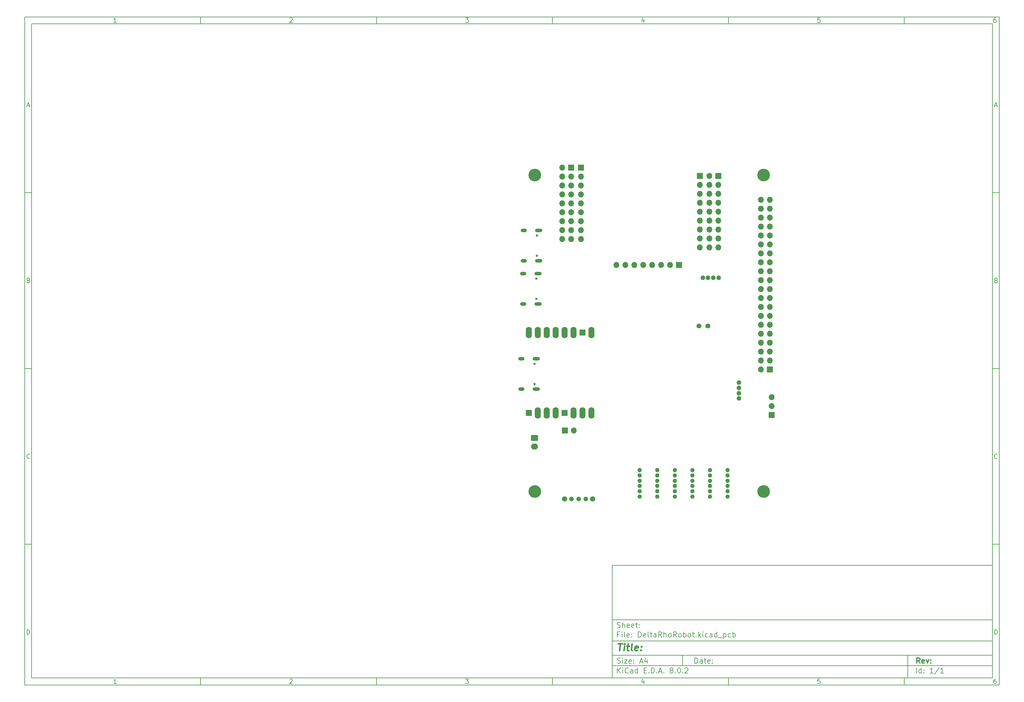
<source format=gbr>
%TF.GenerationSoftware,KiCad,Pcbnew,8.0.2-8.0.2-0~ubuntu22.04.1*%
%TF.CreationDate,2024-05-21T13:10:05-04:00*%
%TF.ProjectId,DeltaRhoRobot,44656c74-6152-4686-9f52-6f626f742e6b,rev?*%
%TF.SameCoordinates,Original*%
%TF.FileFunction,Soldermask,Bot*%
%TF.FilePolarity,Negative*%
%FSLAX46Y46*%
G04 Gerber Fmt 4.6, Leading zero omitted, Abs format (unit mm)*
G04 Created by KiCad (PCBNEW 8.0.2-8.0.2-0~ubuntu22.04.1) date 2024-05-21 13:10:05*
%MOMM*%
%LPD*%
G01*
G04 APERTURE LIST*
G04 Aperture macros list*
%AMRoundRect*
0 Rectangle with rounded corners*
0 $1 Rounding radius*
0 $2 $3 $4 $5 $6 $7 $8 $9 X,Y pos of 4 corners*
0 Add a 4 corners polygon primitive as box body*
4,1,4,$2,$3,$4,$5,$6,$7,$8,$9,$2,$3,0*
0 Add four circle primitives for the rounded corners*
1,1,$1+$1,$2,$3*
1,1,$1+$1,$4,$5*
1,1,$1+$1,$6,$7*
1,1,$1+$1,$8,$9*
0 Add four rect primitives between the rounded corners*
20,1,$1+$1,$2,$3,$4,$5,0*
20,1,$1+$1,$4,$5,$6,$7,0*
20,1,$1+$1,$6,$7,$8,$9,0*
20,1,$1+$1,$8,$9,$2,$3,0*%
G04 Aperture macros list end*
%ADD10C,0.100000*%
%ADD11C,0.150000*%
%ADD12C,0.300000*%
%ADD13C,0.400000*%
%ADD14R,1.700000X1.700000*%
%ADD15O,1.700000X1.700000*%
%ADD16C,1.400000*%
%ADD17C,1.320800*%
%ADD18C,1.244600*%
%ADD19C,3.600000*%
%ADD20RoundRect,0.250000X-0.750000X0.600000X-0.750000X-0.600000X0.750000X-0.600000X0.750000X0.600000X0*%
%ADD21O,2.000000X1.700000*%
%ADD22C,0.650000*%
%ADD23O,2.100000X1.000000*%
%ADD24O,1.800000X1.000000*%
%ADD25C,1.498600*%
%ADD26RoundRect,0.102000X0.762000X-0.762000X0.762000X0.762000X-0.762000X0.762000X-0.762000X-0.762000X0*%
%ADD27O,1.728000X3.252000*%
G04 APERTURE END LIST*
D10*
D11*
X177002200Y-166007200D02*
X285002200Y-166007200D01*
X285002200Y-198007200D01*
X177002200Y-198007200D01*
X177002200Y-166007200D01*
D10*
D11*
X10000000Y-10000000D02*
X287002200Y-10000000D01*
X287002200Y-200007200D01*
X10000000Y-200007200D01*
X10000000Y-10000000D01*
D10*
D11*
X12000000Y-12000000D02*
X285002200Y-12000000D01*
X285002200Y-198007200D01*
X12000000Y-198007200D01*
X12000000Y-12000000D01*
D10*
D11*
X60000000Y-12000000D02*
X60000000Y-10000000D01*
D10*
D11*
X110000000Y-12000000D02*
X110000000Y-10000000D01*
D10*
D11*
X160000000Y-12000000D02*
X160000000Y-10000000D01*
D10*
D11*
X210000000Y-12000000D02*
X210000000Y-10000000D01*
D10*
D11*
X260000000Y-12000000D02*
X260000000Y-10000000D01*
D10*
D11*
X36089160Y-11593604D02*
X35346303Y-11593604D01*
X35717731Y-11593604D02*
X35717731Y-10293604D01*
X35717731Y-10293604D02*
X35593922Y-10479319D01*
X35593922Y-10479319D02*
X35470112Y-10603128D01*
X35470112Y-10603128D02*
X35346303Y-10665033D01*
D10*
D11*
X85346303Y-10417414D02*
X85408207Y-10355509D01*
X85408207Y-10355509D02*
X85532017Y-10293604D01*
X85532017Y-10293604D02*
X85841541Y-10293604D01*
X85841541Y-10293604D02*
X85965350Y-10355509D01*
X85965350Y-10355509D02*
X86027255Y-10417414D01*
X86027255Y-10417414D02*
X86089160Y-10541223D01*
X86089160Y-10541223D02*
X86089160Y-10665033D01*
X86089160Y-10665033D02*
X86027255Y-10850747D01*
X86027255Y-10850747D02*
X85284398Y-11593604D01*
X85284398Y-11593604D02*
X86089160Y-11593604D01*
D10*
D11*
X135284398Y-10293604D02*
X136089160Y-10293604D01*
X136089160Y-10293604D02*
X135655826Y-10788842D01*
X135655826Y-10788842D02*
X135841541Y-10788842D01*
X135841541Y-10788842D02*
X135965350Y-10850747D01*
X135965350Y-10850747D02*
X136027255Y-10912652D01*
X136027255Y-10912652D02*
X136089160Y-11036461D01*
X136089160Y-11036461D02*
X136089160Y-11345985D01*
X136089160Y-11345985D02*
X136027255Y-11469795D01*
X136027255Y-11469795D02*
X135965350Y-11531700D01*
X135965350Y-11531700D02*
X135841541Y-11593604D01*
X135841541Y-11593604D02*
X135470112Y-11593604D01*
X135470112Y-11593604D02*
X135346303Y-11531700D01*
X135346303Y-11531700D02*
X135284398Y-11469795D01*
D10*
D11*
X185965350Y-10726938D02*
X185965350Y-11593604D01*
X185655826Y-10231700D02*
X185346303Y-11160271D01*
X185346303Y-11160271D02*
X186151064Y-11160271D01*
D10*
D11*
X236027255Y-10293604D02*
X235408207Y-10293604D01*
X235408207Y-10293604D02*
X235346303Y-10912652D01*
X235346303Y-10912652D02*
X235408207Y-10850747D01*
X235408207Y-10850747D02*
X235532017Y-10788842D01*
X235532017Y-10788842D02*
X235841541Y-10788842D01*
X235841541Y-10788842D02*
X235965350Y-10850747D01*
X235965350Y-10850747D02*
X236027255Y-10912652D01*
X236027255Y-10912652D02*
X236089160Y-11036461D01*
X236089160Y-11036461D02*
X236089160Y-11345985D01*
X236089160Y-11345985D02*
X236027255Y-11469795D01*
X236027255Y-11469795D02*
X235965350Y-11531700D01*
X235965350Y-11531700D02*
X235841541Y-11593604D01*
X235841541Y-11593604D02*
X235532017Y-11593604D01*
X235532017Y-11593604D02*
X235408207Y-11531700D01*
X235408207Y-11531700D02*
X235346303Y-11469795D01*
D10*
D11*
X285965350Y-10293604D02*
X285717731Y-10293604D01*
X285717731Y-10293604D02*
X285593922Y-10355509D01*
X285593922Y-10355509D02*
X285532017Y-10417414D01*
X285532017Y-10417414D02*
X285408207Y-10603128D01*
X285408207Y-10603128D02*
X285346303Y-10850747D01*
X285346303Y-10850747D02*
X285346303Y-11345985D01*
X285346303Y-11345985D02*
X285408207Y-11469795D01*
X285408207Y-11469795D02*
X285470112Y-11531700D01*
X285470112Y-11531700D02*
X285593922Y-11593604D01*
X285593922Y-11593604D02*
X285841541Y-11593604D01*
X285841541Y-11593604D02*
X285965350Y-11531700D01*
X285965350Y-11531700D02*
X286027255Y-11469795D01*
X286027255Y-11469795D02*
X286089160Y-11345985D01*
X286089160Y-11345985D02*
X286089160Y-11036461D01*
X286089160Y-11036461D02*
X286027255Y-10912652D01*
X286027255Y-10912652D02*
X285965350Y-10850747D01*
X285965350Y-10850747D02*
X285841541Y-10788842D01*
X285841541Y-10788842D02*
X285593922Y-10788842D01*
X285593922Y-10788842D02*
X285470112Y-10850747D01*
X285470112Y-10850747D02*
X285408207Y-10912652D01*
X285408207Y-10912652D02*
X285346303Y-11036461D01*
D10*
D11*
X60000000Y-198007200D02*
X60000000Y-200007200D01*
D10*
D11*
X110000000Y-198007200D02*
X110000000Y-200007200D01*
D10*
D11*
X160000000Y-198007200D02*
X160000000Y-200007200D01*
D10*
D11*
X210000000Y-198007200D02*
X210000000Y-200007200D01*
D10*
D11*
X260000000Y-198007200D02*
X260000000Y-200007200D01*
D10*
D11*
X36089160Y-199600804D02*
X35346303Y-199600804D01*
X35717731Y-199600804D02*
X35717731Y-198300804D01*
X35717731Y-198300804D02*
X35593922Y-198486519D01*
X35593922Y-198486519D02*
X35470112Y-198610328D01*
X35470112Y-198610328D02*
X35346303Y-198672233D01*
D10*
D11*
X85346303Y-198424614D02*
X85408207Y-198362709D01*
X85408207Y-198362709D02*
X85532017Y-198300804D01*
X85532017Y-198300804D02*
X85841541Y-198300804D01*
X85841541Y-198300804D02*
X85965350Y-198362709D01*
X85965350Y-198362709D02*
X86027255Y-198424614D01*
X86027255Y-198424614D02*
X86089160Y-198548423D01*
X86089160Y-198548423D02*
X86089160Y-198672233D01*
X86089160Y-198672233D02*
X86027255Y-198857947D01*
X86027255Y-198857947D02*
X85284398Y-199600804D01*
X85284398Y-199600804D02*
X86089160Y-199600804D01*
D10*
D11*
X135284398Y-198300804D02*
X136089160Y-198300804D01*
X136089160Y-198300804D02*
X135655826Y-198796042D01*
X135655826Y-198796042D02*
X135841541Y-198796042D01*
X135841541Y-198796042D02*
X135965350Y-198857947D01*
X135965350Y-198857947D02*
X136027255Y-198919852D01*
X136027255Y-198919852D02*
X136089160Y-199043661D01*
X136089160Y-199043661D02*
X136089160Y-199353185D01*
X136089160Y-199353185D02*
X136027255Y-199476995D01*
X136027255Y-199476995D02*
X135965350Y-199538900D01*
X135965350Y-199538900D02*
X135841541Y-199600804D01*
X135841541Y-199600804D02*
X135470112Y-199600804D01*
X135470112Y-199600804D02*
X135346303Y-199538900D01*
X135346303Y-199538900D02*
X135284398Y-199476995D01*
D10*
D11*
X185965350Y-198734138D02*
X185965350Y-199600804D01*
X185655826Y-198238900D02*
X185346303Y-199167471D01*
X185346303Y-199167471D02*
X186151064Y-199167471D01*
D10*
D11*
X236027255Y-198300804D02*
X235408207Y-198300804D01*
X235408207Y-198300804D02*
X235346303Y-198919852D01*
X235346303Y-198919852D02*
X235408207Y-198857947D01*
X235408207Y-198857947D02*
X235532017Y-198796042D01*
X235532017Y-198796042D02*
X235841541Y-198796042D01*
X235841541Y-198796042D02*
X235965350Y-198857947D01*
X235965350Y-198857947D02*
X236027255Y-198919852D01*
X236027255Y-198919852D02*
X236089160Y-199043661D01*
X236089160Y-199043661D02*
X236089160Y-199353185D01*
X236089160Y-199353185D02*
X236027255Y-199476995D01*
X236027255Y-199476995D02*
X235965350Y-199538900D01*
X235965350Y-199538900D02*
X235841541Y-199600804D01*
X235841541Y-199600804D02*
X235532017Y-199600804D01*
X235532017Y-199600804D02*
X235408207Y-199538900D01*
X235408207Y-199538900D02*
X235346303Y-199476995D01*
D10*
D11*
X285965350Y-198300804D02*
X285717731Y-198300804D01*
X285717731Y-198300804D02*
X285593922Y-198362709D01*
X285593922Y-198362709D02*
X285532017Y-198424614D01*
X285532017Y-198424614D02*
X285408207Y-198610328D01*
X285408207Y-198610328D02*
X285346303Y-198857947D01*
X285346303Y-198857947D02*
X285346303Y-199353185D01*
X285346303Y-199353185D02*
X285408207Y-199476995D01*
X285408207Y-199476995D02*
X285470112Y-199538900D01*
X285470112Y-199538900D02*
X285593922Y-199600804D01*
X285593922Y-199600804D02*
X285841541Y-199600804D01*
X285841541Y-199600804D02*
X285965350Y-199538900D01*
X285965350Y-199538900D02*
X286027255Y-199476995D01*
X286027255Y-199476995D02*
X286089160Y-199353185D01*
X286089160Y-199353185D02*
X286089160Y-199043661D01*
X286089160Y-199043661D02*
X286027255Y-198919852D01*
X286027255Y-198919852D02*
X285965350Y-198857947D01*
X285965350Y-198857947D02*
X285841541Y-198796042D01*
X285841541Y-198796042D02*
X285593922Y-198796042D01*
X285593922Y-198796042D02*
X285470112Y-198857947D01*
X285470112Y-198857947D02*
X285408207Y-198919852D01*
X285408207Y-198919852D02*
X285346303Y-199043661D01*
D10*
D11*
X10000000Y-60000000D02*
X12000000Y-60000000D01*
D10*
D11*
X10000000Y-110000000D02*
X12000000Y-110000000D01*
D10*
D11*
X10000000Y-160000000D02*
X12000000Y-160000000D01*
D10*
D11*
X10690476Y-35222176D02*
X11309523Y-35222176D01*
X10566666Y-35593604D02*
X10999999Y-34293604D01*
X10999999Y-34293604D02*
X11433333Y-35593604D01*
D10*
D11*
X11092857Y-84912652D02*
X11278571Y-84974557D01*
X11278571Y-84974557D02*
X11340476Y-85036461D01*
X11340476Y-85036461D02*
X11402380Y-85160271D01*
X11402380Y-85160271D02*
X11402380Y-85345985D01*
X11402380Y-85345985D02*
X11340476Y-85469795D01*
X11340476Y-85469795D02*
X11278571Y-85531700D01*
X11278571Y-85531700D02*
X11154761Y-85593604D01*
X11154761Y-85593604D02*
X10659523Y-85593604D01*
X10659523Y-85593604D02*
X10659523Y-84293604D01*
X10659523Y-84293604D02*
X11092857Y-84293604D01*
X11092857Y-84293604D02*
X11216666Y-84355509D01*
X11216666Y-84355509D02*
X11278571Y-84417414D01*
X11278571Y-84417414D02*
X11340476Y-84541223D01*
X11340476Y-84541223D02*
X11340476Y-84665033D01*
X11340476Y-84665033D02*
X11278571Y-84788842D01*
X11278571Y-84788842D02*
X11216666Y-84850747D01*
X11216666Y-84850747D02*
X11092857Y-84912652D01*
X11092857Y-84912652D02*
X10659523Y-84912652D01*
D10*
D11*
X11402380Y-135469795D02*
X11340476Y-135531700D01*
X11340476Y-135531700D02*
X11154761Y-135593604D01*
X11154761Y-135593604D02*
X11030952Y-135593604D01*
X11030952Y-135593604D02*
X10845238Y-135531700D01*
X10845238Y-135531700D02*
X10721428Y-135407890D01*
X10721428Y-135407890D02*
X10659523Y-135284080D01*
X10659523Y-135284080D02*
X10597619Y-135036461D01*
X10597619Y-135036461D02*
X10597619Y-134850747D01*
X10597619Y-134850747D02*
X10659523Y-134603128D01*
X10659523Y-134603128D02*
X10721428Y-134479319D01*
X10721428Y-134479319D02*
X10845238Y-134355509D01*
X10845238Y-134355509D02*
X11030952Y-134293604D01*
X11030952Y-134293604D02*
X11154761Y-134293604D01*
X11154761Y-134293604D02*
X11340476Y-134355509D01*
X11340476Y-134355509D02*
X11402380Y-134417414D01*
D10*
D11*
X10659523Y-185593604D02*
X10659523Y-184293604D01*
X10659523Y-184293604D02*
X10969047Y-184293604D01*
X10969047Y-184293604D02*
X11154761Y-184355509D01*
X11154761Y-184355509D02*
X11278571Y-184479319D01*
X11278571Y-184479319D02*
X11340476Y-184603128D01*
X11340476Y-184603128D02*
X11402380Y-184850747D01*
X11402380Y-184850747D02*
X11402380Y-185036461D01*
X11402380Y-185036461D02*
X11340476Y-185284080D01*
X11340476Y-185284080D02*
X11278571Y-185407890D01*
X11278571Y-185407890D02*
X11154761Y-185531700D01*
X11154761Y-185531700D02*
X10969047Y-185593604D01*
X10969047Y-185593604D02*
X10659523Y-185593604D01*
D10*
D11*
X287002200Y-60000000D02*
X285002200Y-60000000D01*
D10*
D11*
X287002200Y-110000000D02*
X285002200Y-110000000D01*
D10*
D11*
X287002200Y-160000000D02*
X285002200Y-160000000D01*
D10*
D11*
X285692676Y-35222176D02*
X286311723Y-35222176D01*
X285568866Y-35593604D02*
X286002199Y-34293604D01*
X286002199Y-34293604D02*
X286435533Y-35593604D01*
D10*
D11*
X286095057Y-84912652D02*
X286280771Y-84974557D01*
X286280771Y-84974557D02*
X286342676Y-85036461D01*
X286342676Y-85036461D02*
X286404580Y-85160271D01*
X286404580Y-85160271D02*
X286404580Y-85345985D01*
X286404580Y-85345985D02*
X286342676Y-85469795D01*
X286342676Y-85469795D02*
X286280771Y-85531700D01*
X286280771Y-85531700D02*
X286156961Y-85593604D01*
X286156961Y-85593604D02*
X285661723Y-85593604D01*
X285661723Y-85593604D02*
X285661723Y-84293604D01*
X285661723Y-84293604D02*
X286095057Y-84293604D01*
X286095057Y-84293604D02*
X286218866Y-84355509D01*
X286218866Y-84355509D02*
X286280771Y-84417414D01*
X286280771Y-84417414D02*
X286342676Y-84541223D01*
X286342676Y-84541223D02*
X286342676Y-84665033D01*
X286342676Y-84665033D02*
X286280771Y-84788842D01*
X286280771Y-84788842D02*
X286218866Y-84850747D01*
X286218866Y-84850747D02*
X286095057Y-84912652D01*
X286095057Y-84912652D02*
X285661723Y-84912652D01*
D10*
D11*
X286404580Y-135469795D02*
X286342676Y-135531700D01*
X286342676Y-135531700D02*
X286156961Y-135593604D01*
X286156961Y-135593604D02*
X286033152Y-135593604D01*
X286033152Y-135593604D02*
X285847438Y-135531700D01*
X285847438Y-135531700D02*
X285723628Y-135407890D01*
X285723628Y-135407890D02*
X285661723Y-135284080D01*
X285661723Y-135284080D02*
X285599819Y-135036461D01*
X285599819Y-135036461D02*
X285599819Y-134850747D01*
X285599819Y-134850747D02*
X285661723Y-134603128D01*
X285661723Y-134603128D02*
X285723628Y-134479319D01*
X285723628Y-134479319D02*
X285847438Y-134355509D01*
X285847438Y-134355509D02*
X286033152Y-134293604D01*
X286033152Y-134293604D02*
X286156961Y-134293604D01*
X286156961Y-134293604D02*
X286342676Y-134355509D01*
X286342676Y-134355509D02*
X286404580Y-134417414D01*
D10*
D11*
X285661723Y-185593604D02*
X285661723Y-184293604D01*
X285661723Y-184293604D02*
X285971247Y-184293604D01*
X285971247Y-184293604D02*
X286156961Y-184355509D01*
X286156961Y-184355509D02*
X286280771Y-184479319D01*
X286280771Y-184479319D02*
X286342676Y-184603128D01*
X286342676Y-184603128D02*
X286404580Y-184850747D01*
X286404580Y-184850747D02*
X286404580Y-185036461D01*
X286404580Y-185036461D02*
X286342676Y-185284080D01*
X286342676Y-185284080D02*
X286280771Y-185407890D01*
X286280771Y-185407890D02*
X286156961Y-185531700D01*
X286156961Y-185531700D02*
X285971247Y-185593604D01*
X285971247Y-185593604D02*
X285661723Y-185593604D01*
D10*
D11*
X200458026Y-193793328D02*
X200458026Y-192293328D01*
X200458026Y-192293328D02*
X200815169Y-192293328D01*
X200815169Y-192293328D02*
X201029455Y-192364757D01*
X201029455Y-192364757D02*
X201172312Y-192507614D01*
X201172312Y-192507614D02*
X201243741Y-192650471D01*
X201243741Y-192650471D02*
X201315169Y-192936185D01*
X201315169Y-192936185D02*
X201315169Y-193150471D01*
X201315169Y-193150471D02*
X201243741Y-193436185D01*
X201243741Y-193436185D02*
X201172312Y-193579042D01*
X201172312Y-193579042D02*
X201029455Y-193721900D01*
X201029455Y-193721900D02*
X200815169Y-193793328D01*
X200815169Y-193793328D02*
X200458026Y-193793328D01*
X202600884Y-193793328D02*
X202600884Y-193007614D01*
X202600884Y-193007614D02*
X202529455Y-192864757D01*
X202529455Y-192864757D02*
X202386598Y-192793328D01*
X202386598Y-192793328D02*
X202100884Y-192793328D01*
X202100884Y-192793328D02*
X201958026Y-192864757D01*
X202600884Y-193721900D02*
X202458026Y-193793328D01*
X202458026Y-193793328D02*
X202100884Y-193793328D01*
X202100884Y-193793328D02*
X201958026Y-193721900D01*
X201958026Y-193721900D02*
X201886598Y-193579042D01*
X201886598Y-193579042D02*
X201886598Y-193436185D01*
X201886598Y-193436185D02*
X201958026Y-193293328D01*
X201958026Y-193293328D02*
X202100884Y-193221900D01*
X202100884Y-193221900D02*
X202458026Y-193221900D01*
X202458026Y-193221900D02*
X202600884Y-193150471D01*
X203100884Y-192793328D02*
X203672312Y-192793328D01*
X203315169Y-192293328D02*
X203315169Y-193579042D01*
X203315169Y-193579042D02*
X203386598Y-193721900D01*
X203386598Y-193721900D02*
X203529455Y-193793328D01*
X203529455Y-193793328D02*
X203672312Y-193793328D01*
X204743741Y-193721900D02*
X204600884Y-193793328D01*
X204600884Y-193793328D02*
X204315170Y-193793328D01*
X204315170Y-193793328D02*
X204172312Y-193721900D01*
X204172312Y-193721900D02*
X204100884Y-193579042D01*
X204100884Y-193579042D02*
X204100884Y-193007614D01*
X204100884Y-193007614D02*
X204172312Y-192864757D01*
X204172312Y-192864757D02*
X204315170Y-192793328D01*
X204315170Y-192793328D02*
X204600884Y-192793328D01*
X204600884Y-192793328D02*
X204743741Y-192864757D01*
X204743741Y-192864757D02*
X204815170Y-193007614D01*
X204815170Y-193007614D02*
X204815170Y-193150471D01*
X204815170Y-193150471D02*
X204100884Y-193293328D01*
X205458026Y-193650471D02*
X205529455Y-193721900D01*
X205529455Y-193721900D02*
X205458026Y-193793328D01*
X205458026Y-193793328D02*
X205386598Y-193721900D01*
X205386598Y-193721900D02*
X205458026Y-193650471D01*
X205458026Y-193650471D02*
X205458026Y-193793328D01*
X205458026Y-192864757D02*
X205529455Y-192936185D01*
X205529455Y-192936185D02*
X205458026Y-193007614D01*
X205458026Y-193007614D02*
X205386598Y-192936185D01*
X205386598Y-192936185D02*
X205458026Y-192864757D01*
X205458026Y-192864757D02*
X205458026Y-193007614D01*
D10*
D11*
X177002200Y-194507200D02*
X285002200Y-194507200D01*
D10*
D11*
X178458026Y-196593328D02*
X178458026Y-195093328D01*
X179315169Y-196593328D02*
X178672312Y-195736185D01*
X179315169Y-195093328D02*
X178458026Y-195950471D01*
X179958026Y-196593328D02*
X179958026Y-195593328D01*
X179958026Y-195093328D02*
X179886598Y-195164757D01*
X179886598Y-195164757D02*
X179958026Y-195236185D01*
X179958026Y-195236185D02*
X180029455Y-195164757D01*
X180029455Y-195164757D02*
X179958026Y-195093328D01*
X179958026Y-195093328D02*
X179958026Y-195236185D01*
X181529455Y-196450471D02*
X181458027Y-196521900D01*
X181458027Y-196521900D02*
X181243741Y-196593328D01*
X181243741Y-196593328D02*
X181100884Y-196593328D01*
X181100884Y-196593328D02*
X180886598Y-196521900D01*
X180886598Y-196521900D02*
X180743741Y-196379042D01*
X180743741Y-196379042D02*
X180672312Y-196236185D01*
X180672312Y-196236185D02*
X180600884Y-195950471D01*
X180600884Y-195950471D02*
X180600884Y-195736185D01*
X180600884Y-195736185D02*
X180672312Y-195450471D01*
X180672312Y-195450471D02*
X180743741Y-195307614D01*
X180743741Y-195307614D02*
X180886598Y-195164757D01*
X180886598Y-195164757D02*
X181100884Y-195093328D01*
X181100884Y-195093328D02*
X181243741Y-195093328D01*
X181243741Y-195093328D02*
X181458027Y-195164757D01*
X181458027Y-195164757D02*
X181529455Y-195236185D01*
X182815170Y-196593328D02*
X182815170Y-195807614D01*
X182815170Y-195807614D02*
X182743741Y-195664757D01*
X182743741Y-195664757D02*
X182600884Y-195593328D01*
X182600884Y-195593328D02*
X182315170Y-195593328D01*
X182315170Y-195593328D02*
X182172312Y-195664757D01*
X182815170Y-196521900D02*
X182672312Y-196593328D01*
X182672312Y-196593328D02*
X182315170Y-196593328D01*
X182315170Y-196593328D02*
X182172312Y-196521900D01*
X182172312Y-196521900D02*
X182100884Y-196379042D01*
X182100884Y-196379042D02*
X182100884Y-196236185D01*
X182100884Y-196236185D02*
X182172312Y-196093328D01*
X182172312Y-196093328D02*
X182315170Y-196021900D01*
X182315170Y-196021900D02*
X182672312Y-196021900D01*
X182672312Y-196021900D02*
X182815170Y-195950471D01*
X184172313Y-196593328D02*
X184172313Y-195093328D01*
X184172313Y-196521900D02*
X184029455Y-196593328D01*
X184029455Y-196593328D02*
X183743741Y-196593328D01*
X183743741Y-196593328D02*
X183600884Y-196521900D01*
X183600884Y-196521900D02*
X183529455Y-196450471D01*
X183529455Y-196450471D02*
X183458027Y-196307614D01*
X183458027Y-196307614D02*
X183458027Y-195879042D01*
X183458027Y-195879042D02*
X183529455Y-195736185D01*
X183529455Y-195736185D02*
X183600884Y-195664757D01*
X183600884Y-195664757D02*
X183743741Y-195593328D01*
X183743741Y-195593328D02*
X184029455Y-195593328D01*
X184029455Y-195593328D02*
X184172313Y-195664757D01*
X186029455Y-195807614D02*
X186529455Y-195807614D01*
X186743741Y-196593328D02*
X186029455Y-196593328D01*
X186029455Y-196593328D02*
X186029455Y-195093328D01*
X186029455Y-195093328D02*
X186743741Y-195093328D01*
X187386598Y-196450471D02*
X187458027Y-196521900D01*
X187458027Y-196521900D02*
X187386598Y-196593328D01*
X187386598Y-196593328D02*
X187315170Y-196521900D01*
X187315170Y-196521900D02*
X187386598Y-196450471D01*
X187386598Y-196450471D02*
X187386598Y-196593328D01*
X188100884Y-196593328D02*
X188100884Y-195093328D01*
X188100884Y-195093328D02*
X188458027Y-195093328D01*
X188458027Y-195093328D02*
X188672313Y-195164757D01*
X188672313Y-195164757D02*
X188815170Y-195307614D01*
X188815170Y-195307614D02*
X188886599Y-195450471D01*
X188886599Y-195450471D02*
X188958027Y-195736185D01*
X188958027Y-195736185D02*
X188958027Y-195950471D01*
X188958027Y-195950471D02*
X188886599Y-196236185D01*
X188886599Y-196236185D02*
X188815170Y-196379042D01*
X188815170Y-196379042D02*
X188672313Y-196521900D01*
X188672313Y-196521900D02*
X188458027Y-196593328D01*
X188458027Y-196593328D02*
X188100884Y-196593328D01*
X189600884Y-196450471D02*
X189672313Y-196521900D01*
X189672313Y-196521900D02*
X189600884Y-196593328D01*
X189600884Y-196593328D02*
X189529456Y-196521900D01*
X189529456Y-196521900D02*
X189600884Y-196450471D01*
X189600884Y-196450471D02*
X189600884Y-196593328D01*
X190243742Y-196164757D02*
X190958028Y-196164757D01*
X190100885Y-196593328D02*
X190600885Y-195093328D01*
X190600885Y-195093328D02*
X191100885Y-196593328D01*
X191600884Y-196450471D02*
X191672313Y-196521900D01*
X191672313Y-196521900D02*
X191600884Y-196593328D01*
X191600884Y-196593328D02*
X191529456Y-196521900D01*
X191529456Y-196521900D02*
X191600884Y-196450471D01*
X191600884Y-196450471D02*
X191600884Y-196593328D01*
X193672313Y-195736185D02*
X193529456Y-195664757D01*
X193529456Y-195664757D02*
X193458027Y-195593328D01*
X193458027Y-195593328D02*
X193386599Y-195450471D01*
X193386599Y-195450471D02*
X193386599Y-195379042D01*
X193386599Y-195379042D02*
X193458027Y-195236185D01*
X193458027Y-195236185D02*
X193529456Y-195164757D01*
X193529456Y-195164757D02*
X193672313Y-195093328D01*
X193672313Y-195093328D02*
X193958027Y-195093328D01*
X193958027Y-195093328D02*
X194100885Y-195164757D01*
X194100885Y-195164757D02*
X194172313Y-195236185D01*
X194172313Y-195236185D02*
X194243742Y-195379042D01*
X194243742Y-195379042D02*
X194243742Y-195450471D01*
X194243742Y-195450471D02*
X194172313Y-195593328D01*
X194172313Y-195593328D02*
X194100885Y-195664757D01*
X194100885Y-195664757D02*
X193958027Y-195736185D01*
X193958027Y-195736185D02*
X193672313Y-195736185D01*
X193672313Y-195736185D02*
X193529456Y-195807614D01*
X193529456Y-195807614D02*
X193458027Y-195879042D01*
X193458027Y-195879042D02*
X193386599Y-196021900D01*
X193386599Y-196021900D02*
X193386599Y-196307614D01*
X193386599Y-196307614D02*
X193458027Y-196450471D01*
X193458027Y-196450471D02*
X193529456Y-196521900D01*
X193529456Y-196521900D02*
X193672313Y-196593328D01*
X193672313Y-196593328D02*
X193958027Y-196593328D01*
X193958027Y-196593328D02*
X194100885Y-196521900D01*
X194100885Y-196521900D02*
X194172313Y-196450471D01*
X194172313Y-196450471D02*
X194243742Y-196307614D01*
X194243742Y-196307614D02*
X194243742Y-196021900D01*
X194243742Y-196021900D02*
X194172313Y-195879042D01*
X194172313Y-195879042D02*
X194100885Y-195807614D01*
X194100885Y-195807614D02*
X193958027Y-195736185D01*
X194886598Y-196450471D02*
X194958027Y-196521900D01*
X194958027Y-196521900D02*
X194886598Y-196593328D01*
X194886598Y-196593328D02*
X194815170Y-196521900D01*
X194815170Y-196521900D02*
X194886598Y-196450471D01*
X194886598Y-196450471D02*
X194886598Y-196593328D01*
X195886599Y-195093328D02*
X196029456Y-195093328D01*
X196029456Y-195093328D02*
X196172313Y-195164757D01*
X196172313Y-195164757D02*
X196243742Y-195236185D01*
X196243742Y-195236185D02*
X196315170Y-195379042D01*
X196315170Y-195379042D02*
X196386599Y-195664757D01*
X196386599Y-195664757D02*
X196386599Y-196021900D01*
X196386599Y-196021900D02*
X196315170Y-196307614D01*
X196315170Y-196307614D02*
X196243742Y-196450471D01*
X196243742Y-196450471D02*
X196172313Y-196521900D01*
X196172313Y-196521900D02*
X196029456Y-196593328D01*
X196029456Y-196593328D02*
X195886599Y-196593328D01*
X195886599Y-196593328D02*
X195743742Y-196521900D01*
X195743742Y-196521900D02*
X195672313Y-196450471D01*
X195672313Y-196450471D02*
X195600884Y-196307614D01*
X195600884Y-196307614D02*
X195529456Y-196021900D01*
X195529456Y-196021900D02*
X195529456Y-195664757D01*
X195529456Y-195664757D02*
X195600884Y-195379042D01*
X195600884Y-195379042D02*
X195672313Y-195236185D01*
X195672313Y-195236185D02*
X195743742Y-195164757D01*
X195743742Y-195164757D02*
X195886599Y-195093328D01*
X197029455Y-196450471D02*
X197100884Y-196521900D01*
X197100884Y-196521900D02*
X197029455Y-196593328D01*
X197029455Y-196593328D02*
X196958027Y-196521900D01*
X196958027Y-196521900D02*
X197029455Y-196450471D01*
X197029455Y-196450471D02*
X197029455Y-196593328D01*
X197672313Y-195236185D02*
X197743741Y-195164757D01*
X197743741Y-195164757D02*
X197886599Y-195093328D01*
X197886599Y-195093328D02*
X198243741Y-195093328D01*
X198243741Y-195093328D02*
X198386599Y-195164757D01*
X198386599Y-195164757D02*
X198458027Y-195236185D01*
X198458027Y-195236185D02*
X198529456Y-195379042D01*
X198529456Y-195379042D02*
X198529456Y-195521900D01*
X198529456Y-195521900D02*
X198458027Y-195736185D01*
X198458027Y-195736185D02*
X197600884Y-196593328D01*
X197600884Y-196593328D02*
X198529456Y-196593328D01*
D10*
D11*
X177002200Y-191507200D02*
X285002200Y-191507200D01*
D10*
D12*
X264413853Y-193785528D02*
X263913853Y-193071242D01*
X263556710Y-193785528D02*
X263556710Y-192285528D01*
X263556710Y-192285528D02*
X264128139Y-192285528D01*
X264128139Y-192285528D02*
X264270996Y-192356957D01*
X264270996Y-192356957D02*
X264342425Y-192428385D01*
X264342425Y-192428385D02*
X264413853Y-192571242D01*
X264413853Y-192571242D02*
X264413853Y-192785528D01*
X264413853Y-192785528D02*
X264342425Y-192928385D01*
X264342425Y-192928385D02*
X264270996Y-192999814D01*
X264270996Y-192999814D02*
X264128139Y-193071242D01*
X264128139Y-193071242D02*
X263556710Y-193071242D01*
X265628139Y-193714100D02*
X265485282Y-193785528D01*
X265485282Y-193785528D02*
X265199568Y-193785528D01*
X265199568Y-193785528D02*
X265056710Y-193714100D01*
X265056710Y-193714100D02*
X264985282Y-193571242D01*
X264985282Y-193571242D02*
X264985282Y-192999814D01*
X264985282Y-192999814D02*
X265056710Y-192856957D01*
X265056710Y-192856957D02*
X265199568Y-192785528D01*
X265199568Y-192785528D02*
X265485282Y-192785528D01*
X265485282Y-192785528D02*
X265628139Y-192856957D01*
X265628139Y-192856957D02*
X265699568Y-192999814D01*
X265699568Y-192999814D02*
X265699568Y-193142671D01*
X265699568Y-193142671D02*
X264985282Y-193285528D01*
X266199567Y-192785528D02*
X266556710Y-193785528D01*
X266556710Y-193785528D02*
X266913853Y-192785528D01*
X267485281Y-193642671D02*
X267556710Y-193714100D01*
X267556710Y-193714100D02*
X267485281Y-193785528D01*
X267485281Y-193785528D02*
X267413853Y-193714100D01*
X267413853Y-193714100D02*
X267485281Y-193642671D01*
X267485281Y-193642671D02*
X267485281Y-193785528D01*
X267485281Y-192856957D02*
X267556710Y-192928385D01*
X267556710Y-192928385D02*
X267485281Y-192999814D01*
X267485281Y-192999814D02*
X267413853Y-192928385D01*
X267413853Y-192928385D02*
X267485281Y-192856957D01*
X267485281Y-192856957D02*
X267485281Y-192999814D01*
D10*
D11*
X178386598Y-193721900D02*
X178600884Y-193793328D01*
X178600884Y-193793328D02*
X178958026Y-193793328D01*
X178958026Y-193793328D02*
X179100884Y-193721900D01*
X179100884Y-193721900D02*
X179172312Y-193650471D01*
X179172312Y-193650471D02*
X179243741Y-193507614D01*
X179243741Y-193507614D02*
X179243741Y-193364757D01*
X179243741Y-193364757D02*
X179172312Y-193221900D01*
X179172312Y-193221900D02*
X179100884Y-193150471D01*
X179100884Y-193150471D02*
X178958026Y-193079042D01*
X178958026Y-193079042D02*
X178672312Y-193007614D01*
X178672312Y-193007614D02*
X178529455Y-192936185D01*
X178529455Y-192936185D02*
X178458026Y-192864757D01*
X178458026Y-192864757D02*
X178386598Y-192721900D01*
X178386598Y-192721900D02*
X178386598Y-192579042D01*
X178386598Y-192579042D02*
X178458026Y-192436185D01*
X178458026Y-192436185D02*
X178529455Y-192364757D01*
X178529455Y-192364757D02*
X178672312Y-192293328D01*
X178672312Y-192293328D02*
X179029455Y-192293328D01*
X179029455Y-192293328D02*
X179243741Y-192364757D01*
X179886597Y-193793328D02*
X179886597Y-192793328D01*
X179886597Y-192293328D02*
X179815169Y-192364757D01*
X179815169Y-192364757D02*
X179886597Y-192436185D01*
X179886597Y-192436185D02*
X179958026Y-192364757D01*
X179958026Y-192364757D02*
X179886597Y-192293328D01*
X179886597Y-192293328D02*
X179886597Y-192436185D01*
X180458026Y-192793328D02*
X181243741Y-192793328D01*
X181243741Y-192793328D02*
X180458026Y-193793328D01*
X180458026Y-193793328D02*
X181243741Y-193793328D01*
X182386598Y-193721900D02*
X182243741Y-193793328D01*
X182243741Y-193793328D02*
X181958027Y-193793328D01*
X181958027Y-193793328D02*
X181815169Y-193721900D01*
X181815169Y-193721900D02*
X181743741Y-193579042D01*
X181743741Y-193579042D02*
X181743741Y-193007614D01*
X181743741Y-193007614D02*
X181815169Y-192864757D01*
X181815169Y-192864757D02*
X181958027Y-192793328D01*
X181958027Y-192793328D02*
X182243741Y-192793328D01*
X182243741Y-192793328D02*
X182386598Y-192864757D01*
X182386598Y-192864757D02*
X182458027Y-193007614D01*
X182458027Y-193007614D02*
X182458027Y-193150471D01*
X182458027Y-193150471D02*
X181743741Y-193293328D01*
X183100883Y-193650471D02*
X183172312Y-193721900D01*
X183172312Y-193721900D02*
X183100883Y-193793328D01*
X183100883Y-193793328D02*
X183029455Y-193721900D01*
X183029455Y-193721900D02*
X183100883Y-193650471D01*
X183100883Y-193650471D02*
X183100883Y-193793328D01*
X183100883Y-192864757D02*
X183172312Y-192936185D01*
X183172312Y-192936185D02*
X183100883Y-193007614D01*
X183100883Y-193007614D02*
X183029455Y-192936185D01*
X183029455Y-192936185D02*
X183100883Y-192864757D01*
X183100883Y-192864757D02*
X183100883Y-193007614D01*
X184886598Y-193364757D02*
X185600884Y-193364757D01*
X184743741Y-193793328D02*
X185243741Y-192293328D01*
X185243741Y-192293328D02*
X185743741Y-193793328D01*
X186886598Y-192793328D02*
X186886598Y-193793328D01*
X186529455Y-192221900D02*
X186172312Y-193293328D01*
X186172312Y-193293328D02*
X187100883Y-193293328D01*
D10*
D11*
X263458026Y-196593328D02*
X263458026Y-195093328D01*
X264815170Y-196593328D02*
X264815170Y-195093328D01*
X264815170Y-196521900D02*
X264672312Y-196593328D01*
X264672312Y-196593328D02*
X264386598Y-196593328D01*
X264386598Y-196593328D02*
X264243741Y-196521900D01*
X264243741Y-196521900D02*
X264172312Y-196450471D01*
X264172312Y-196450471D02*
X264100884Y-196307614D01*
X264100884Y-196307614D02*
X264100884Y-195879042D01*
X264100884Y-195879042D02*
X264172312Y-195736185D01*
X264172312Y-195736185D02*
X264243741Y-195664757D01*
X264243741Y-195664757D02*
X264386598Y-195593328D01*
X264386598Y-195593328D02*
X264672312Y-195593328D01*
X264672312Y-195593328D02*
X264815170Y-195664757D01*
X265529455Y-196450471D02*
X265600884Y-196521900D01*
X265600884Y-196521900D02*
X265529455Y-196593328D01*
X265529455Y-196593328D02*
X265458027Y-196521900D01*
X265458027Y-196521900D02*
X265529455Y-196450471D01*
X265529455Y-196450471D02*
X265529455Y-196593328D01*
X265529455Y-195664757D02*
X265600884Y-195736185D01*
X265600884Y-195736185D02*
X265529455Y-195807614D01*
X265529455Y-195807614D02*
X265458027Y-195736185D01*
X265458027Y-195736185D02*
X265529455Y-195664757D01*
X265529455Y-195664757D02*
X265529455Y-195807614D01*
X268172313Y-196593328D02*
X267315170Y-196593328D01*
X267743741Y-196593328D02*
X267743741Y-195093328D01*
X267743741Y-195093328D02*
X267600884Y-195307614D01*
X267600884Y-195307614D02*
X267458027Y-195450471D01*
X267458027Y-195450471D02*
X267315170Y-195521900D01*
X269886598Y-195021900D02*
X268600884Y-196950471D01*
X271172313Y-196593328D02*
X270315170Y-196593328D01*
X270743741Y-196593328D02*
X270743741Y-195093328D01*
X270743741Y-195093328D02*
X270600884Y-195307614D01*
X270600884Y-195307614D02*
X270458027Y-195450471D01*
X270458027Y-195450471D02*
X270315170Y-195521900D01*
D10*
D11*
X177002200Y-187507200D02*
X285002200Y-187507200D01*
D10*
D13*
X178693928Y-188211638D02*
X179836785Y-188211638D01*
X179015357Y-190211638D02*
X179265357Y-188211638D01*
X180253452Y-190211638D02*
X180420119Y-188878304D01*
X180503452Y-188211638D02*
X180396309Y-188306876D01*
X180396309Y-188306876D02*
X180479643Y-188402114D01*
X180479643Y-188402114D02*
X180586786Y-188306876D01*
X180586786Y-188306876D02*
X180503452Y-188211638D01*
X180503452Y-188211638D02*
X180479643Y-188402114D01*
X181086786Y-188878304D02*
X181848690Y-188878304D01*
X181455833Y-188211638D02*
X181241548Y-189925923D01*
X181241548Y-189925923D02*
X181312976Y-190116400D01*
X181312976Y-190116400D02*
X181491548Y-190211638D01*
X181491548Y-190211638D02*
X181682024Y-190211638D01*
X182634405Y-190211638D02*
X182455833Y-190116400D01*
X182455833Y-190116400D02*
X182384405Y-189925923D01*
X182384405Y-189925923D02*
X182598690Y-188211638D01*
X184170119Y-190116400D02*
X183967738Y-190211638D01*
X183967738Y-190211638D02*
X183586785Y-190211638D01*
X183586785Y-190211638D02*
X183408214Y-190116400D01*
X183408214Y-190116400D02*
X183336785Y-189925923D01*
X183336785Y-189925923D02*
X183432024Y-189164019D01*
X183432024Y-189164019D02*
X183551071Y-188973542D01*
X183551071Y-188973542D02*
X183753452Y-188878304D01*
X183753452Y-188878304D02*
X184134404Y-188878304D01*
X184134404Y-188878304D02*
X184312976Y-188973542D01*
X184312976Y-188973542D02*
X184384404Y-189164019D01*
X184384404Y-189164019D02*
X184360595Y-189354495D01*
X184360595Y-189354495D02*
X183384404Y-189544971D01*
X185134405Y-190021161D02*
X185217738Y-190116400D01*
X185217738Y-190116400D02*
X185110595Y-190211638D01*
X185110595Y-190211638D02*
X185027262Y-190116400D01*
X185027262Y-190116400D02*
X185134405Y-190021161D01*
X185134405Y-190021161D02*
X185110595Y-190211638D01*
X185265357Y-188973542D02*
X185348690Y-189068780D01*
X185348690Y-189068780D02*
X185241548Y-189164019D01*
X185241548Y-189164019D02*
X185158214Y-189068780D01*
X185158214Y-189068780D02*
X185265357Y-188973542D01*
X185265357Y-188973542D02*
X185241548Y-189164019D01*
D10*
D11*
X178958026Y-185607614D02*
X178458026Y-185607614D01*
X178458026Y-186393328D02*
X178458026Y-184893328D01*
X178458026Y-184893328D02*
X179172312Y-184893328D01*
X179743740Y-186393328D02*
X179743740Y-185393328D01*
X179743740Y-184893328D02*
X179672312Y-184964757D01*
X179672312Y-184964757D02*
X179743740Y-185036185D01*
X179743740Y-185036185D02*
X179815169Y-184964757D01*
X179815169Y-184964757D02*
X179743740Y-184893328D01*
X179743740Y-184893328D02*
X179743740Y-185036185D01*
X180672312Y-186393328D02*
X180529455Y-186321900D01*
X180529455Y-186321900D02*
X180458026Y-186179042D01*
X180458026Y-186179042D02*
X180458026Y-184893328D01*
X181815169Y-186321900D02*
X181672312Y-186393328D01*
X181672312Y-186393328D02*
X181386598Y-186393328D01*
X181386598Y-186393328D02*
X181243740Y-186321900D01*
X181243740Y-186321900D02*
X181172312Y-186179042D01*
X181172312Y-186179042D02*
X181172312Y-185607614D01*
X181172312Y-185607614D02*
X181243740Y-185464757D01*
X181243740Y-185464757D02*
X181386598Y-185393328D01*
X181386598Y-185393328D02*
X181672312Y-185393328D01*
X181672312Y-185393328D02*
X181815169Y-185464757D01*
X181815169Y-185464757D02*
X181886598Y-185607614D01*
X181886598Y-185607614D02*
X181886598Y-185750471D01*
X181886598Y-185750471D02*
X181172312Y-185893328D01*
X182529454Y-186250471D02*
X182600883Y-186321900D01*
X182600883Y-186321900D02*
X182529454Y-186393328D01*
X182529454Y-186393328D02*
X182458026Y-186321900D01*
X182458026Y-186321900D02*
X182529454Y-186250471D01*
X182529454Y-186250471D02*
X182529454Y-186393328D01*
X182529454Y-185464757D02*
X182600883Y-185536185D01*
X182600883Y-185536185D02*
X182529454Y-185607614D01*
X182529454Y-185607614D02*
X182458026Y-185536185D01*
X182458026Y-185536185D02*
X182529454Y-185464757D01*
X182529454Y-185464757D02*
X182529454Y-185607614D01*
X184386597Y-186393328D02*
X184386597Y-184893328D01*
X184386597Y-184893328D02*
X184743740Y-184893328D01*
X184743740Y-184893328D02*
X184958026Y-184964757D01*
X184958026Y-184964757D02*
X185100883Y-185107614D01*
X185100883Y-185107614D02*
X185172312Y-185250471D01*
X185172312Y-185250471D02*
X185243740Y-185536185D01*
X185243740Y-185536185D02*
X185243740Y-185750471D01*
X185243740Y-185750471D02*
X185172312Y-186036185D01*
X185172312Y-186036185D02*
X185100883Y-186179042D01*
X185100883Y-186179042D02*
X184958026Y-186321900D01*
X184958026Y-186321900D02*
X184743740Y-186393328D01*
X184743740Y-186393328D02*
X184386597Y-186393328D01*
X186458026Y-186321900D02*
X186315169Y-186393328D01*
X186315169Y-186393328D02*
X186029455Y-186393328D01*
X186029455Y-186393328D02*
X185886597Y-186321900D01*
X185886597Y-186321900D02*
X185815169Y-186179042D01*
X185815169Y-186179042D02*
X185815169Y-185607614D01*
X185815169Y-185607614D02*
X185886597Y-185464757D01*
X185886597Y-185464757D02*
X186029455Y-185393328D01*
X186029455Y-185393328D02*
X186315169Y-185393328D01*
X186315169Y-185393328D02*
X186458026Y-185464757D01*
X186458026Y-185464757D02*
X186529455Y-185607614D01*
X186529455Y-185607614D02*
X186529455Y-185750471D01*
X186529455Y-185750471D02*
X185815169Y-185893328D01*
X187386597Y-186393328D02*
X187243740Y-186321900D01*
X187243740Y-186321900D02*
X187172311Y-186179042D01*
X187172311Y-186179042D02*
X187172311Y-184893328D01*
X187743740Y-185393328D02*
X188315168Y-185393328D01*
X187958025Y-184893328D02*
X187958025Y-186179042D01*
X187958025Y-186179042D02*
X188029454Y-186321900D01*
X188029454Y-186321900D02*
X188172311Y-186393328D01*
X188172311Y-186393328D02*
X188315168Y-186393328D01*
X189458026Y-186393328D02*
X189458026Y-185607614D01*
X189458026Y-185607614D02*
X189386597Y-185464757D01*
X189386597Y-185464757D02*
X189243740Y-185393328D01*
X189243740Y-185393328D02*
X188958026Y-185393328D01*
X188958026Y-185393328D02*
X188815168Y-185464757D01*
X189458026Y-186321900D02*
X189315168Y-186393328D01*
X189315168Y-186393328D02*
X188958026Y-186393328D01*
X188958026Y-186393328D02*
X188815168Y-186321900D01*
X188815168Y-186321900D02*
X188743740Y-186179042D01*
X188743740Y-186179042D02*
X188743740Y-186036185D01*
X188743740Y-186036185D02*
X188815168Y-185893328D01*
X188815168Y-185893328D02*
X188958026Y-185821900D01*
X188958026Y-185821900D02*
X189315168Y-185821900D01*
X189315168Y-185821900D02*
X189458026Y-185750471D01*
X191029454Y-186393328D02*
X190529454Y-185679042D01*
X190172311Y-186393328D02*
X190172311Y-184893328D01*
X190172311Y-184893328D02*
X190743740Y-184893328D01*
X190743740Y-184893328D02*
X190886597Y-184964757D01*
X190886597Y-184964757D02*
X190958026Y-185036185D01*
X190958026Y-185036185D02*
X191029454Y-185179042D01*
X191029454Y-185179042D02*
X191029454Y-185393328D01*
X191029454Y-185393328D02*
X190958026Y-185536185D01*
X190958026Y-185536185D02*
X190886597Y-185607614D01*
X190886597Y-185607614D02*
X190743740Y-185679042D01*
X190743740Y-185679042D02*
X190172311Y-185679042D01*
X191672311Y-186393328D02*
X191672311Y-184893328D01*
X192315169Y-186393328D02*
X192315169Y-185607614D01*
X192315169Y-185607614D02*
X192243740Y-185464757D01*
X192243740Y-185464757D02*
X192100883Y-185393328D01*
X192100883Y-185393328D02*
X191886597Y-185393328D01*
X191886597Y-185393328D02*
X191743740Y-185464757D01*
X191743740Y-185464757D02*
X191672311Y-185536185D01*
X193243740Y-186393328D02*
X193100883Y-186321900D01*
X193100883Y-186321900D02*
X193029454Y-186250471D01*
X193029454Y-186250471D02*
X192958026Y-186107614D01*
X192958026Y-186107614D02*
X192958026Y-185679042D01*
X192958026Y-185679042D02*
X193029454Y-185536185D01*
X193029454Y-185536185D02*
X193100883Y-185464757D01*
X193100883Y-185464757D02*
X193243740Y-185393328D01*
X193243740Y-185393328D02*
X193458026Y-185393328D01*
X193458026Y-185393328D02*
X193600883Y-185464757D01*
X193600883Y-185464757D02*
X193672312Y-185536185D01*
X193672312Y-185536185D02*
X193743740Y-185679042D01*
X193743740Y-185679042D02*
X193743740Y-186107614D01*
X193743740Y-186107614D02*
X193672312Y-186250471D01*
X193672312Y-186250471D02*
X193600883Y-186321900D01*
X193600883Y-186321900D02*
X193458026Y-186393328D01*
X193458026Y-186393328D02*
X193243740Y-186393328D01*
X195243740Y-186393328D02*
X194743740Y-185679042D01*
X194386597Y-186393328D02*
X194386597Y-184893328D01*
X194386597Y-184893328D02*
X194958026Y-184893328D01*
X194958026Y-184893328D02*
X195100883Y-184964757D01*
X195100883Y-184964757D02*
X195172312Y-185036185D01*
X195172312Y-185036185D02*
X195243740Y-185179042D01*
X195243740Y-185179042D02*
X195243740Y-185393328D01*
X195243740Y-185393328D02*
X195172312Y-185536185D01*
X195172312Y-185536185D02*
X195100883Y-185607614D01*
X195100883Y-185607614D02*
X194958026Y-185679042D01*
X194958026Y-185679042D02*
X194386597Y-185679042D01*
X196100883Y-186393328D02*
X195958026Y-186321900D01*
X195958026Y-186321900D02*
X195886597Y-186250471D01*
X195886597Y-186250471D02*
X195815169Y-186107614D01*
X195815169Y-186107614D02*
X195815169Y-185679042D01*
X195815169Y-185679042D02*
X195886597Y-185536185D01*
X195886597Y-185536185D02*
X195958026Y-185464757D01*
X195958026Y-185464757D02*
X196100883Y-185393328D01*
X196100883Y-185393328D02*
X196315169Y-185393328D01*
X196315169Y-185393328D02*
X196458026Y-185464757D01*
X196458026Y-185464757D02*
X196529455Y-185536185D01*
X196529455Y-185536185D02*
X196600883Y-185679042D01*
X196600883Y-185679042D02*
X196600883Y-186107614D01*
X196600883Y-186107614D02*
X196529455Y-186250471D01*
X196529455Y-186250471D02*
X196458026Y-186321900D01*
X196458026Y-186321900D02*
X196315169Y-186393328D01*
X196315169Y-186393328D02*
X196100883Y-186393328D01*
X197243740Y-186393328D02*
X197243740Y-184893328D01*
X197243740Y-185464757D02*
X197386598Y-185393328D01*
X197386598Y-185393328D02*
X197672312Y-185393328D01*
X197672312Y-185393328D02*
X197815169Y-185464757D01*
X197815169Y-185464757D02*
X197886598Y-185536185D01*
X197886598Y-185536185D02*
X197958026Y-185679042D01*
X197958026Y-185679042D02*
X197958026Y-186107614D01*
X197958026Y-186107614D02*
X197886598Y-186250471D01*
X197886598Y-186250471D02*
X197815169Y-186321900D01*
X197815169Y-186321900D02*
X197672312Y-186393328D01*
X197672312Y-186393328D02*
X197386598Y-186393328D01*
X197386598Y-186393328D02*
X197243740Y-186321900D01*
X198815169Y-186393328D02*
X198672312Y-186321900D01*
X198672312Y-186321900D02*
X198600883Y-186250471D01*
X198600883Y-186250471D02*
X198529455Y-186107614D01*
X198529455Y-186107614D02*
X198529455Y-185679042D01*
X198529455Y-185679042D02*
X198600883Y-185536185D01*
X198600883Y-185536185D02*
X198672312Y-185464757D01*
X198672312Y-185464757D02*
X198815169Y-185393328D01*
X198815169Y-185393328D02*
X199029455Y-185393328D01*
X199029455Y-185393328D02*
X199172312Y-185464757D01*
X199172312Y-185464757D02*
X199243741Y-185536185D01*
X199243741Y-185536185D02*
X199315169Y-185679042D01*
X199315169Y-185679042D02*
X199315169Y-186107614D01*
X199315169Y-186107614D02*
X199243741Y-186250471D01*
X199243741Y-186250471D02*
X199172312Y-186321900D01*
X199172312Y-186321900D02*
X199029455Y-186393328D01*
X199029455Y-186393328D02*
X198815169Y-186393328D01*
X199743741Y-185393328D02*
X200315169Y-185393328D01*
X199958026Y-184893328D02*
X199958026Y-186179042D01*
X199958026Y-186179042D02*
X200029455Y-186321900D01*
X200029455Y-186321900D02*
X200172312Y-186393328D01*
X200172312Y-186393328D02*
X200315169Y-186393328D01*
X200815169Y-186250471D02*
X200886598Y-186321900D01*
X200886598Y-186321900D02*
X200815169Y-186393328D01*
X200815169Y-186393328D02*
X200743741Y-186321900D01*
X200743741Y-186321900D02*
X200815169Y-186250471D01*
X200815169Y-186250471D02*
X200815169Y-186393328D01*
X201529455Y-186393328D02*
X201529455Y-184893328D01*
X201672313Y-185821900D02*
X202100884Y-186393328D01*
X202100884Y-185393328D02*
X201529455Y-185964757D01*
X202743741Y-186393328D02*
X202743741Y-185393328D01*
X202743741Y-184893328D02*
X202672313Y-184964757D01*
X202672313Y-184964757D02*
X202743741Y-185036185D01*
X202743741Y-185036185D02*
X202815170Y-184964757D01*
X202815170Y-184964757D02*
X202743741Y-184893328D01*
X202743741Y-184893328D02*
X202743741Y-185036185D01*
X204100885Y-186321900D02*
X203958027Y-186393328D01*
X203958027Y-186393328D02*
X203672313Y-186393328D01*
X203672313Y-186393328D02*
X203529456Y-186321900D01*
X203529456Y-186321900D02*
X203458027Y-186250471D01*
X203458027Y-186250471D02*
X203386599Y-186107614D01*
X203386599Y-186107614D02*
X203386599Y-185679042D01*
X203386599Y-185679042D02*
X203458027Y-185536185D01*
X203458027Y-185536185D02*
X203529456Y-185464757D01*
X203529456Y-185464757D02*
X203672313Y-185393328D01*
X203672313Y-185393328D02*
X203958027Y-185393328D01*
X203958027Y-185393328D02*
X204100885Y-185464757D01*
X205386599Y-186393328D02*
X205386599Y-185607614D01*
X205386599Y-185607614D02*
X205315170Y-185464757D01*
X205315170Y-185464757D02*
X205172313Y-185393328D01*
X205172313Y-185393328D02*
X204886599Y-185393328D01*
X204886599Y-185393328D02*
X204743741Y-185464757D01*
X205386599Y-186321900D02*
X205243741Y-186393328D01*
X205243741Y-186393328D02*
X204886599Y-186393328D01*
X204886599Y-186393328D02*
X204743741Y-186321900D01*
X204743741Y-186321900D02*
X204672313Y-186179042D01*
X204672313Y-186179042D02*
X204672313Y-186036185D01*
X204672313Y-186036185D02*
X204743741Y-185893328D01*
X204743741Y-185893328D02*
X204886599Y-185821900D01*
X204886599Y-185821900D02*
X205243741Y-185821900D01*
X205243741Y-185821900D02*
X205386599Y-185750471D01*
X206743742Y-186393328D02*
X206743742Y-184893328D01*
X206743742Y-186321900D02*
X206600884Y-186393328D01*
X206600884Y-186393328D02*
X206315170Y-186393328D01*
X206315170Y-186393328D02*
X206172313Y-186321900D01*
X206172313Y-186321900D02*
X206100884Y-186250471D01*
X206100884Y-186250471D02*
X206029456Y-186107614D01*
X206029456Y-186107614D02*
X206029456Y-185679042D01*
X206029456Y-185679042D02*
X206100884Y-185536185D01*
X206100884Y-185536185D02*
X206172313Y-185464757D01*
X206172313Y-185464757D02*
X206315170Y-185393328D01*
X206315170Y-185393328D02*
X206600884Y-185393328D01*
X206600884Y-185393328D02*
X206743742Y-185464757D01*
X207100885Y-186536185D02*
X208243742Y-186536185D01*
X208600884Y-185393328D02*
X208600884Y-186893328D01*
X208600884Y-185464757D02*
X208743742Y-185393328D01*
X208743742Y-185393328D02*
X209029456Y-185393328D01*
X209029456Y-185393328D02*
X209172313Y-185464757D01*
X209172313Y-185464757D02*
X209243742Y-185536185D01*
X209243742Y-185536185D02*
X209315170Y-185679042D01*
X209315170Y-185679042D02*
X209315170Y-186107614D01*
X209315170Y-186107614D02*
X209243742Y-186250471D01*
X209243742Y-186250471D02*
X209172313Y-186321900D01*
X209172313Y-186321900D02*
X209029456Y-186393328D01*
X209029456Y-186393328D02*
X208743742Y-186393328D01*
X208743742Y-186393328D02*
X208600884Y-186321900D01*
X210600885Y-186321900D02*
X210458027Y-186393328D01*
X210458027Y-186393328D02*
X210172313Y-186393328D01*
X210172313Y-186393328D02*
X210029456Y-186321900D01*
X210029456Y-186321900D02*
X209958027Y-186250471D01*
X209958027Y-186250471D02*
X209886599Y-186107614D01*
X209886599Y-186107614D02*
X209886599Y-185679042D01*
X209886599Y-185679042D02*
X209958027Y-185536185D01*
X209958027Y-185536185D02*
X210029456Y-185464757D01*
X210029456Y-185464757D02*
X210172313Y-185393328D01*
X210172313Y-185393328D02*
X210458027Y-185393328D01*
X210458027Y-185393328D02*
X210600885Y-185464757D01*
X211243741Y-186393328D02*
X211243741Y-184893328D01*
X211243741Y-185464757D02*
X211386599Y-185393328D01*
X211386599Y-185393328D02*
X211672313Y-185393328D01*
X211672313Y-185393328D02*
X211815170Y-185464757D01*
X211815170Y-185464757D02*
X211886599Y-185536185D01*
X211886599Y-185536185D02*
X211958027Y-185679042D01*
X211958027Y-185679042D02*
X211958027Y-186107614D01*
X211958027Y-186107614D02*
X211886599Y-186250471D01*
X211886599Y-186250471D02*
X211815170Y-186321900D01*
X211815170Y-186321900D02*
X211672313Y-186393328D01*
X211672313Y-186393328D02*
X211386599Y-186393328D01*
X211386599Y-186393328D02*
X211243741Y-186321900D01*
D10*
D11*
X177002200Y-181507200D02*
X285002200Y-181507200D01*
D10*
D11*
X178386598Y-183621900D02*
X178600884Y-183693328D01*
X178600884Y-183693328D02*
X178958026Y-183693328D01*
X178958026Y-183693328D02*
X179100884Y-183621900D01*
X179100884Y-183621900D02*
X179172312Y-183550471D01*
X179172312Y-183550471D02*
X179243741Y-183407614D01*
X179243741Y-183407614D02*
X179243741Y-183264757D01*
X179243741Y-183264757D02*
X179172312Y-183121900D01*
X179172312Y-183121900D02*
X179100884Y-183050471D01*
X179100884Y-183050471D02*
X178958026Y-182979042D01*
X178958026Y-182979042D02*
X178672312Y-182907614D01*
X178672312Y-182907614D02*
X178529455Y-182836185D01*
X178529455Y-182836185D02*
X178458026Y-182764757D01*
X178458026Y-182764757D02*
X178386598Y-182621900D01*
X178386598Y-182621900D02*
X178386598Y-182479042D01*
X178386598Y-182479042D02*
X178458026Y-182336185D01*
X178458026Y-182336185D02*
X178529455Y-182264757D01*
X178529455Y-182264757D02*
X178672312Y-182193328D01*
X178672312Y-182193328D02*
X179029455Y-182193328D01*
X179029455Y-182193328D02*
X179243741Y-182264757D01*
X179886597Y-183693328D02*
X179886597Y-182193328D01*
X180529455Y-183693328D02*
X180529455Y-182907614D01*
X180529455Y-182907614D02*
X180458026Y-182764757D01*
X180458026Y-182764757D02*
X180315169Y-182693328D01*
X180315169Y-182693328D02*
X180100883Y-182693328D01*
X180100883Y-182693328D02*
X179958026Y-182764757D01*
X179958026Y-182764757D02*
X179886597Y-182836185D01*
X181815169Y-183621900D02*
X181672312Y-183693328D01*
X181672312Y-183693328D02*
X181386598Y-183693328D01*
X181386598Y-183693328D02*
X181243740Y-183621900D01*
X181243740Y-183621900D02*
X181172312Y-183479042D01*
X181172312Y-183479042D02*
X181172312Y-182907614D01*
X181172312Y-182907614D02*
X181243740Y-182764757D01*
X181243740Y-182764757D02*
X181386598Y-182693328D01*
X181386598Y-182693328D02*
X181672312Y-182693328D01*
X181672312Y-182693328D02*
X181815169Y-182764757D01*
X181815169Y-182764757D02*
X181886598Y-182907614D01*
X181886598Y-182907614D02*
X181886598Y-183050471D01*
X181886598Y-183050471D02*
X181172312Y-183193328D01*
X183100883Y-183621900D02*
X182958026Y-183693328D01*
X182958026Y-183693328D02*
X182672312Y-183693328D01*
X182672312Y-183693328D02*
X182529454Y-183621900D01*
X182529454Y-183621900D02*
X182458026Y-183479042D01*
X182458026Y-183479042D02*
X182458026Y-182907614D01*
X182458026Y-182907614D02*
X182529454Y-182764757D01*
X182529454Y-182764757D02*
X182672312Y-182693328D01*
X182672312Y-182693328D02*
X182958026Y-182693328D01*
X182958026Y-182693328D02*
X183100883Y-182764757D01*
X183100883Y-182764757D02*
X183172312Y-182907614D01*
X183172312Y-182907614D02*
X183172312Y-183050471D01*
X183172312Y-183050471D02*
X182458026Y-183193328D01*
X183600883Y-182693328D02*
X184172311Y-182693328D01*
X183815168Y-182193328D02*
X183815168Y-183479042D01*
X183815168Y-183479042D02*
X183886597Y-183621900D01*
X183886597Y-183621900D02*
X184029454Y-183693328D01*
X184029454Y-183693328D02*
X184172311Y-183693328D01*
X184672311Y-183550471D02*
X184743740Y-183621900D01*
X184743740Y-183621900D02*
X184672311Y-183693328D01*
X184672311Y-183693328D02*
X184600883Y-183621900D01*
X184600883Y-183621900D02*
X184672311Y-183550471D01*
X184672311Y-183550471D02*
X184672311Y-183693328D01*
X184672311Y-182764757D02*
X184743740Y-182836185D01*
X184743740Y-182836185D02*
X184672311Y-182907614D01*
X184672311Y-182907614D02*
X184600883Y-182836185D01*
X184600883Y-182836185D02*
X184672311Y-182764757D01*
X184672311Y-182764757D02*
X184672311Y-182907614D01*
D10*
D11*
X197002200Y-191507200D02*
X197002200Y-194507200D01*
D10*
D11*
X261002200Y-191507200D02*
X261002200Y-198007200D01*
D14*
%TO.C,J15*%
X207165000Y-55210000D03*
D15*
X204625000Y-55210000D03*
X207165000Y-57750000D03*
X204625000Y-57750000D03*
X207165000Y-60290000D03*
X204625000Y-60290000D03*
X207165000Y-62830000D03*
X204625000Y-62830000D03*
X207165000Y-65370000D03*
X204625000Y-65370000D03*
X207165000Y-67910000D03*
X204625000Y-67910000D03*
X207165000Y-70450000D03*
X204625000Y-70450000D03*
X207165000Y-72990000D03*
X204625000Y-72990000D03*
X207165000Y-75530000D03*
X204625000Y-75530000D03*
%TD*%
D16*
%TO.C,TP1*%
X201660000Y-97900000D03*
X204200000Y-97900000D03*
%TD*%
D17*
%TO.C,J4*%
X202699999Y-84200000D03*
X204199998Y-84200000D03*
X205700000Y-84200000D03*
X207200000Y-84200000D03*
%TD*%
D14*
%TO.C,J13*%
X165280000Y-52850000D03*
D15*
X162740000Y-52850000D03*
X165280000Y-55390000D03*
X162740000Y-55390000D03*
X165280000Y-57930000D03*
X162740000Y-57930000D03*
X165280000Y-60470000D03*
X162740000Y-60470000D03*
X165280000Y-63010000D03*
X162740000Y-63010000D03*
X165280000Y-65550000D03*
X162740000Y-65550000D03*
X165280000Y-68090000D03*
X162740000Y-68090000D03*
X165280000Y-70630000D03*
X162740000Y-70630000D03*
X165280000Y-73170000D03*
X162740000Y-73170000D03*
%TD*%
D18*
%TO.C,P3*%
X199788800Y-138887200D03*
X199788800Y-140387200D03*
X199788800Y-141887199D03*
X199788800Y-143387201D03*
X199788800Y-144887201D03*
X199788800Y-146387200D03*
%TD*%
D19*
%TO.C,H3*%
X155000000Y-145000000D03*
%TD*%
D18*
%TO.C,P4*%
X194788093Y-138887907D03*
X194788093Y-140387907D03*
X194788093Y-141887906D03*
X194788093Y-143387908D03*
X194788093Y-144887908D03*
X194788093Y-146387907D03*
%TD*%
D14*
%TO.C,J7*%
X221790000Y-110280000D03*
D15*
X219250000Y-110280000D03*
X221790000Y-107740000D03*
X219250000Y-107740000D03*
X221790000Y-105200000D03*
X219250000Y-105200000D03*
X221790000Y-102660000D03*
X219250000Y-102660000D03*
X221790000Y-100120000D03*
X219250000Y-100120000D03*
X221790000Y-97580000D03*
X219250000Y-97580000D03*
X221790000Y-95040000D03*
X219250000Y-95040000D03*
X221790000Y-92500000D03*
X219250000Y-92500000D03*
X221790000Y-89960000D03*
X219250000Y-89960000D03*
X221790000Y-87420000D03*
X219250000Y-87420000D03*
X221790000Y-84880000D03*
X219250000Y-84880000D03*
X221790000Y-82340000D03*
X219250000Y-82340000D03*
X221790000Y-79800000D03*
X219250000Y-79800000D03*
X221790000Y-77260000D03*
X219250000Y-77260000D03*
X221790000Y-74720000D03*
X219250000Y-74720000D03*
X221790000Y-72180000D03*
X219250000Y-72180000D03*
X221790000Y-69640000D03*
X219250000Y-69640000D03*
X221790000Y-67100000D03*
X219250000Y-67100000D03*
X221790000Y-64560000D03*
X219250000Y-64560000D03*
X221790000Y-62020000D03*
X219250000Y-62020000D03*
%TD*%
D18*
%TO.C,P6*%
X184788800Y-138887200D03*
X184788800Y-140387200D03*
X184788800Y-141887199D03*
X184788800Y-143387201D03*
X184788800Y-144887201D03*
X184788800Y-146387200D03*
%TD*%
D14*
%TO.C,J14*%
X201840000Y-55210000D03*
D15*
X201840000Y-57750000D03*
X201840000Y-60290000D03*
X201840000Y-62830000D03*
X201840000Y-65370000D03*
X201840000Y-67910000D03*
X201840000Y-70450000D03*
X201840000Y-72990000D03*
X201840000Y-75530000D03*
%TD*%
D20*
%TO.C,J1*%
X154920000Y-129730000D03*
D21*
X154920000Y-132230000D03*
%TD*%
D19*
%TO.C,H1*%
X155000000Y-55000000D03*
%TD*%
D18*
%TO.C,P2*%
X204788800Y-138887200D03*
X204788800Y-140387200D03*
X204788800Y-141887199D03*
X204788800Y-143387201D03*
X204788800Y-144887201D03*
X204788800Y-146387200D03*
%TD*%
%TO.C,P1*%
X209788800Y-138887200D03*
X209788800Y-140387200D03*
X209788800Y-141887199D03*
X209788800Y-143387201D03*
X209788800Y-144887201D03*
X209788800Y-146387200D03*
%TD*%
D17*
%TO.C,J5*%
X213000000Y-114000000D03*
X213000000Y-115499999D03*
X213000000Y-117000001D03*
X213000000Y-118500001D03*
%TD*%
D18*
%TO.C,P5*%
X189788800Y-138887200D03*
X189788800Y-140387200D03*
X189788800Y-141887199D03*
X189788800Y-143387201D03*
X189788800Y-144887201D03*
X189788800Y-146387200D03*
%TD*%
D22*
%TO.C,J3*%
X155379800Y-84442588D03*
X155379800Y-90222588D03*
D23*
X155899800Y-83012588D03*
D24*
X151699800Y-83012588D03*
D23*
X155899800Y-91652588D03*
D24*
X151699800Y-91652588D03*
%TD*%
D19*
%TO.C,H2*%
X220000000Y-55000000D03*
%TD*%
D22*
%TO.C,J2*%
X155527400Y-72141790D03*
X155527400Y-77921790D03*
D23*
X156047400Y-70711790D03*
D24*
X151847400Y-70711790D03*
D23*
X156047400Y-79351790D03*
D24*
X151847400Y-79351790D03*
%TD*%
D14*
%TO.C,J11*%
X195940000Y-80525000D03*
D15*
X193400000Y-80525000D03*
X190860000Y-80525000D03*
X188320000Y-80525000D03*
X185780000Y-80525000D03*
X183240000Y-80525000D03*
X180700000Y-80525000D03*
X178160000Y-80525000D03*
%TD*%
D17*
%TO.C,SW1*%
X165426199Y-147085000D03*
X167426200Y-147085000D03*
X169426201Y-147085000D03*
D25*
X163426200Y-147085000D03*
X171426200Y-147085000D03*
%TD*%
D26*
%TO.C,U12*%
X153320000Y-122600000D03*
D27*
X155860000Y-122600000D03*
X158400000Y-122600000D03*
X160940000Y-122600000D03*
D26*
X163480000Y-122600000D03*
D27*
X166020000Y-122600000D03*
X168560000Y-122600000D03*
X171100000Y-122600000D03*
X171100000Y-99740000D03*
D26*
X168560000Y-99740000D03*
D27*
X166020000Y-99740000D03*
X163480000Y-99740000D03*
X160940000Y-99740000D03*
X158400000Y-99740000D03*
X155860000Y-99740000D03*
X153320000Y-99740000D03*
%TD*%
D14*
%TO.C,SWD1*%
X222300800Y-123215400D03*
D15*
X222300800Y-120675400D03*
X222300800Y-118135400D03*
%TD*%
D19*
%TO.C,H4*%
X220000000Y-145000000D03*
%TD*%
D22*
%TO.C,J12*%
X154863800Y-108663200D03*
X154863800Y-114443200D03*
D23*
X155383800Y-107233200D03*
D24*
X151183800Y-107233200D03*
D23*
X155383800Y-115873200D03*
D24*
X151183800Y-115873200D03*
%TD*%
D14*
%TO.C,J10*%
X163535000Y-127620000D03*
D15*
X166075000Y-127620000D03*
%TD*%
D14*
%TO.C,J6*%
X168065800Y-52850000D03*
D15*
X168065800Y-55390000D03*
X168065800Y-57930000D03*
X168065800Y-60470000D03*
X168065800Y-63010000D03*
X168065800Y-65550000D03*
X168065800Y-68090000D03*
X168065800Y-70630000D03*
X168065800Y-73170000D03*
%TD*%
M02*

</source>
